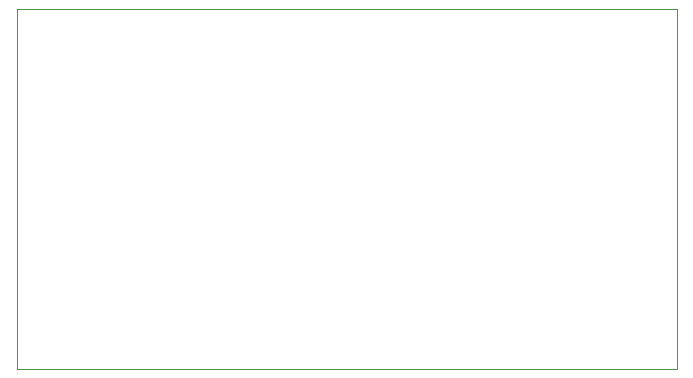
<source format=gbr>
G04 #@! TF.GenerationSoftware,KiCad,Pcbnew,(5.1.5)-3*
G04 #@! TF.CreationDate,2020-03-16T14:14:39+10:00*
G04 #@! TF.ProjectId,ESP32-S2-Breakout,45535033-322d-4533-922d-427265616b6f,rev?*
G04 #@! TF.SameCoordinates,Original*
G04 #@! TF.FileFunction,Profile,NP*
%FSLAX46Y46*%
G04 Gerber Fmt 4.6, Leading zero omitted, Abs format (unit mm)*
G04 Created by KiCad (PCBNEW (5.1.5)-3) date 2020-03-16 14:14:39*
%MOMM*%
%LPD*%
G04 APERTURE LIST*
%ADD10C,0.050000*%
G04 APERTURE END LIST*
D10*
X172720000Y-83820000D02*
X116840000Y-83820000D01*
X172720000Y-114300000D02*
X172720000Y-83820000D01*
X116840000Y-114300000D02*
X172720000Y-114300000D01*
X116840000Y-83820000D02*
X116840000Y-114300000D01*
M02*

</source>
